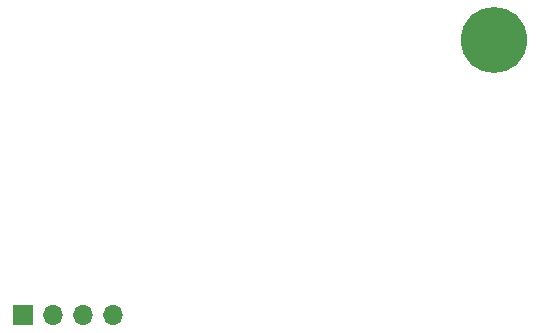
<source format=gbr>
%TF.GenerationSoftware,KiCad,Pcbnew,(6.0.4)*%
%TF.CreationDate,2022-08-06T15:33:01+10:00*%
%TF.ProjectId,1U power board,31552070-6f77-4657-9220-626f6172642e,rev?*%
%TF.SameCoordinates,Original*%
%TF.FileFunction,Copper,L2,Bot*%
%TF.FilePolarity,Positive*%
%FSLAX46Y46*%
G04 Gerber Fmt 4.6, Leading zero omitted, Abs format (unit mm)*
G04 Created by KiCad (PCBNEW (6.0.4)) date 2022-08-06 15:33:01*
%MOMM*%
%LPD*%
G01*
G04 APERTURE LIST*
%TA.AperFunction,ConnectorPad*%
%ADD10C,5.600000*%
%TD*%
%TA.AperFunction,ComponentPad*%
%ADD11C,3.600000*%
%TD*%
%TA.AperFunction,ComponentPad*%
%ADD12R,1.700000X1.700000*%
%TD*%
%TA.AperFunction,ComponentPad*%
%ADD13O,1.700000X1.700000*%
%TD*%
G04 APERTURE END LIST*
D10*
%TO.P,REF\u002A\u002A,1*%
%TO.N,N/C*%
X144900000Y-77750000D03*
D11*
X144900000Y-77750000D03*
%TD*%
D12*
%TO.P,J1,1,Pin_1*%
%TO.N,+7.5V*%
X105000000Y-101000000D03*
D13*
%TO.P,J1,2,Pin_2*%
%TO.N,GND*%
X107540000Y-101000000D03*
%TO.P,J1,3,Pin_3*%
%TO.N,+5V*%
X110080000Y-101000000D03*
%TO.P,J1,4,Pin_4*%
%TO.N,+3V3*%
X112620000Y-101000000D03*
%TD*%
M02*

</source>
